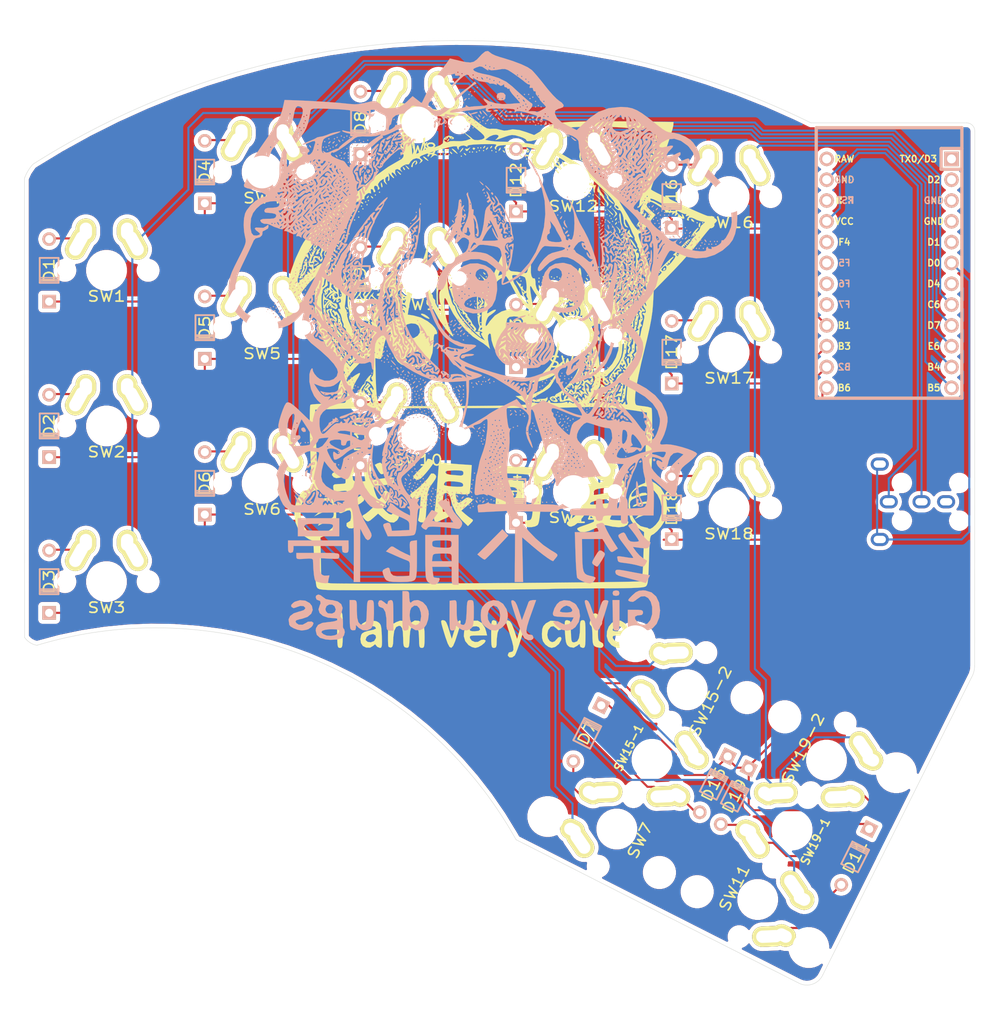
<source format=kicad_pcb>
(kicad_pcb (version 20171130) (host pcbnew 5.1.6)
  (layers (0 F.Cu signal) (31 B.Cu signal) (34 B.Paste user) (35 F.Paste user) (36 B.SilkS user) (37 F.SilkS user) (38 B.Mask user) (39 F.Mask user) (44 Edge.Cuts user))
  (net 0 "")
  (net 1 "Net-(D1-Pad2)")
  (net 2 "Net-(D2-Pad2)")
  (net 3 "Net-(D3-Pad2)")
  (net 4 "Net-(D5-Pad2)")
  (net 5 "Net-(D6-Pad2)")
  (net 6 "Net-(D7-Pad2)")
  (net 7 ROW2)
  (net 8 "Net-(D10-Pad2)")
  (net 9 "Net-(D11-Pad2)")
  (net 10 "Net-(D12-Pad2)")
  (net 11 "Net-(D16-Pad2)")
  (net 12 "Net-(D17-Pad2)")
  (net 13 ROW1)
  (net 14 ROW3)
  (net 15 COL0)
  (net 16 COL1)
  (net 17 COL2)
  (net 18 COL3)
  (net 19 COL4)
  (net 20 ROW0)
  (net 21 SDA)
  (net 22 "Net-(D4-Pad2)")
  (net 23 "Net-(D8-Pad2)")
  (net 24 "Net-(D9-Pad2)")
  (net 25 "Net-(D13-Pad2)")
  (net 26 "Net-(D14-Pad2)")
  (net 27 "Net-(U1-Pad3)")
  (net 28 "Net-(U1-Pad2)")
  (net 29 "Net-(D18-Pad2)")
  (net 30 "Net-(D15-Pad2)")
  (net 31 "Net-(D19-Pad2)")
  (module footprints:mokou-cute (layer F.Cu) (at 77.47 52.07)
    (fp_text reference G*** hide)
    (fp_text value LOGO hide)
  )
  (module footprints:mokou-drugs (layer B.Cu) (at 76.2 48.26 180)
    (fp_text reference G*** hide)
    (fp_text value LOGO hide)
  )
  (module footprints:diode (layer F.Cu) (at 106.7 103.2 63.4)
    (fp_text reference D19 (at 0 0 63.4) (layer F.SilkS) (effects (font (size 1.27 1.524) (thickness 0.2032))))
    (fp_text value D hide)
    (pad 1 thru_hole rect (at 3.81 0 63.4) (size 1.651 1.651) (drill 0.9906) (layers *.Cu *.SilkS *.Mask) (net 14 ROW3))
    (pad 2 thru_hole circle (at -3.81 0 63.4) (size 1.651 1.651) (drill 0.9906) (layers *.Cu *.SilkS *.Mask) (net 31 "Net-(D19-Pad2)"))
  )
  (module footprints:diode (layer F.Cu) (at 104.1355 101.744601 63.4)
    (fp_text reference D15 (at 0 0 63.4) (layer F.SilkS) (effects (font (size 1.27 1.524) (thickness 0.2032))))
    (fp_text value D hide)
    (pad 1 thru_hole rect (at 3.81 0 63.4) (size 1.651 1.651) (drill 0.9906) (layers *.Cu *.SilkS *.Mask) (net 14 ROW3))
    (pad 2 thru_hole circle (at -3.81 0 63.4) (size 1.651 1.651) (drill 0.9906) (layers *.Cu *.SilkS *.Mask) (net 30 "Net-(D15-Pad2)"))
  )
  (module footprints:1u-dual (layer F.Cu) (at 117.9 98.8 243.4)
    (fp_text reference SW19-2 (at 0 3.175 63.4) (layer F.SilkS) (effects (font (size 1.27 1.524) (thickness 0.2032))))
    (fp_text value switch hide)
    (pad 1 thru_hole oval (at -2.52 -4.79 243.4) (size 2.5 3.08) (drill oval 1.5 2.08) (layers *.Cu *.Mask F.SilkS) (net 19 COL4))
    (pad 2 thru_hole oval (at 3.405 -3.27 272.4) (size 2.5 4.17) (drill oval 1.5 3.17) (layers *.Cu *.Mask F.SilkS) (net 31 "Net-(D19-Pad2)"))
    (pad HOLE np_thru_hole circle (at 5.08 0 243.4) (size 1.8 1.8) (drill 1.8) (layers *.Cu))
    (pad HOLE np_thru_hole circle (at -5.08 0 243.4) (size 1.8 1.8) (drill 1.8) (layers *.Cu))
    (pad HOLE np_thru_hole circle (at 0 0 243.4) (size 3.9878 3.9878) (drill 3.9878) (layers *.Cu))
    (pad 2 thru_hole oval (at 2.52 -4.79 243.4) (size 2.5 3.08) (drill oval 1.5 2.08) (layers *.Cu *.Mask F.SilkS) (net 31 "Net-(D19-Pad2)"))
    (pad 1 thru_hole oval (at -3.405 -3.27 214.35) (size 2.5 4.17) (drill oval 1.5 3.17) (layers *.Cu *.Mask F.SilkS) (net 19 COL4))
  )
  (module footprints:1u-dual (layer F.Cu) (at 100.9 90.2 63.4)
    (fp_text reference SW15-2 (at 0 3.175 63.4) (layer F.SilkS) (effects (font (size 1.27 1.524) (thickness 0.2032))))
    (fp_text value switch hide)
    (pad 1 thru_hole oval (at -2.52 -4.79 63.4) (size 2.5 3.08) (drill oval 1.5 2.08) (layers *.Cu *.Mask F.SilkS) (net 30 "Net-(D15-Pad2)"))
    (pad 2 thru_hole oval (at 3.405 -3.27 92.4) (size 2.5 4.17) (drill oval 1.5 3.17) (layers *.Cu *.Mask F.SilkS) (net 18 COL3))
    (pad HOLE np_thru_hole circle (at 5.08 0 63.4) (size 1.8 1.8) (drill 1.8) (layers *.Cu))
    (pad HOLE np_thru_hole circle (at -5.08 0 63.4) (size 1.8 1.8) (drill 1.8) (layers *.Cu))
    (pad HOLE np_thru_hole circle (at 0 0 63.4) (size 3.9878 3.9878) (drill 3.9878) (layers *.Cu))
    (pad 2 thru_hole oval (at 2.52 -4.79 63.4) (size 2.5 3.08) (drill oval 1.5 2.08) (layers *.Cu *.Mask F.SilkS) (net 18 COL3))
    (pad 1 thru_hole oval (at -3.405 -3.27 34.35) (size 2.5 4.17) (drill oval 1.5 3.17) (layers *.Cu *.Mask F.SilkS) (net 30 "Net-(D15-Pad2)"))
  )
  (module footprints:1u-dual (layer F.Cu) (at 109.5 115.8 243.4)
    (fp_text reference SW11 (at 0 3.175 63.4) (layer F.SilkS) (effects (font (size 1.27 1.524) (thickness 0.2032))))
    (fp_text value switch hide)
    (pad 1 thru_hole oval (at -2.52 -4.79 243.4) (size 2.5 3.08) (drill oval 1.5 2.08) (layers *.Cu *.Mask F.SilkS) (net 17 COL2))
    (pad 2 thru_hole oval (at 3.405 -3.27 272.4) (size 2.5 4.17) (drill oval 1.5 3.17) (layers *.Cu *.Mask F.SilkS) (net 9 "Net-(D11-Pad2)"))
    (pad HOLE np_thru_hole circle (at 5.08 0 243.4) (size 1.8 1.8) (drill 1.8) (layers *.Cu))
    (pad HOLE np_thru_hole circle (at -5.08 0 243.4) (size 1.8 1.8) (drill 1.8) (layers *.Cu))
    (pad HOLE np_thru_hole circle (at 0 0 243.4) (size 3.9878 3.9878) (drill 3.9878) (layers *.Cu))
    (pad 2 thru_hole oval (at 2.52 -4.79 243.4) (size 2.5 3.08) (drill oval 1.5 2.08) (layers *.Cu *.Mask F.SilkS) (net 9 "Net-(D11-Pad2)"))
    (pad 1 thru_hole oval (at -3.405 -3.27 214.35) (size 2.5 4.17) (drill oval 1.5 3.17) (layers *.Cu *.Mask F.SilkS) (net 17 COL2))
  )
  (module footprints:1u-dual (layer F.Cu) (at 92.3 107.2 63.4)
    (fp_text reference SW7 (at 0 3.175 63.4) (layer F.SilkS) (effects (font (size 1.27 1.524) (thickness 0.2032))))
    (fp_text value switch hide)
    (pad 1 thru_hole oval (at -2.52 -4.79 63.4) (size 2.5 3.08) (drill oval 1.5 2.08) (layers *.Cu *.Mask F.SilkS) (net 16 COL1))
    (pad 2 thru_hole oval (at 3.405 -3.27 92.4) (size 2.5 4.17) (drill oval 1.5 3.17) (layers *.Cu *.Mask F.SilkS) (net 6 "Net-(D7-Pad2)"))
    (pad HOLE np_thru_hole circle (at 5.08 0 63.4) (size 1.8 1.8) (drill 1.8) (layers *.Cu))
    (pad HOLE np_thru_hole circle (at -5.08 0 63.4) (size 1.8 1.8) (drill 1.8) (layers *.Cu))
    (pad HOLE np_thru_hole circle (at 0 0 63.4) (size 3.9878 3.9878) (drill 3.9878) (layers *.Cu))
    (pad 2 thru_hole oval (at 2.52 -4.79 63.4) (size 2.5 3.08) (drill oval 1.5 2.08) (layers *.Cu *.Mask F.SilkS) (net 6 "Net-(D7-Pad2)"))
    (pad 1 thru_hole oval (at -3.405 -3.27 34.35) (size 2.5 4.17) (drill oval 1.5 3.17) (layers *.Cu *.Mask F.SilkS) (net 16 COL1))
  )
  (module footprints:diode (layer F.Cu) (at 121.4 110.6 63.4)
    (fp_text reference D11 (at 0 0 63.4) (layer F.SilkS) (effects (font (size 1.27 1.524) (thickness 0.2032))))
    (fp_text value D hide)
    (pad 1 thru_hole rect (at 3.81 0 63.4) (size 1.651 1.651) (drill 0.9906) (layers *.Cu *.SilkS *.Mask) (net 14 ROW3))
    (pad 2 thru_hole circle (at -3.81 0 63.4) (size 1.651 1.651) (drill 0.9906) (layers *.Cu *.SilkS *.Mask) (net 9 "Net-(D11-Pad2)"))
  )
  (module footprints:diode (layer F.Cu) (at 88.694038 95.506728 63.4)
    (fp_text reference D7 (at 0 0 63.4) (layer F.SilkS) (effects (font (size 1.27 1.524) (thickness 0.2032))))
    (fp_text value D hide)
    (pad 1 thru_hole rect (at 3.81 0 63.4) (size 1.651 1.651) (drill 0.9906) (layers *.Cu *.SilkS *.Mask) (net 14 ROW3))
    (pad 2 thru_hole circle (at -3.81 0 63.4) (size 1.651 1.651) (drill 0.9906) (layers *.Cu *.SilkS *.Mask) (net 6 "Net-(D7-Pad2)"))
  )
  (module footprints:trrs (layer B.Cu) (at 135.7 67.25 90)
    (fp_text reference U1)
    (fp_text value TRRS)
    (pad 3 thru_hole oval (at 0 -6.2 90) (size 1.6 2.2) (drill oval 0.9 1.5) (layers *.Cu *.Mask) (net 27 "Net-(U1-Pad3)"))
    (pad "" np_thru_hole circle (at -2.3 -1.6 90) (size 1.5 1.5) (drill 1.5) (layers *.Cu *.Mask))
    (pad "" np_thru_hole circle (at -2.3 -8.6 90) (size 1.5 1.5) (drill 1.5) (layers *.Cu *.Mask))
    (pad 4 thru_hole oval (at 0 -3.2 90) (size 1.6 2.2) (drill oval 0.9 1.5) (layers *.Cu *.Mask))
    (pad 2 thru_hole oval (at 0 -10.2 90) (size 1.6 2.2) (drill oval 0.9 1.5) (layers *.Cu *.Mask) (net 28 "Net-(U1-Pad2)"))
    (pad 1 thru_hole oval (at -4.6 -11.3 90) (size 1.6 2.2) (drill oval 0.9 1.5) (layers *.Cu *.Mask) (net 21 SDA))
    (pad 1 thru_hole oval (at 4.6 -11.3 90) (size 1.6 2.2) (drill oval 0.9 1.5) (layers *.Cu *.Mask) (net 21 SDA))
    (pad "" np_thru_hole circle (at 2.3 -1.6 90) (size 1.5 1.5) (drill 1.5) (layers *.Cu *.Mask))
    (pad "" np_thru_hole circle (at 2.3 -8.6 90) (size 1.5 1.5) (drill 1.5) (layers *.Cu *.Mask))
  )
  (module footprints:promicro (layer B.Cu) (at 125.54 39.37 270)
    (fp_text reference U2 hide)
    (fp_text value ProMicro hide)
    (fp_text user ST (at -8.92 5.73312 180) (layer B.SilkS) (effects (font (size 0.8 0.8)) (justify mirror)))
    (fp_text user TX0/D3 (at -13.97 -3.571872 180) (layer F.SilkS) (effects (font (size 0.8 0.8))))
    (fp_text user TX0/D3 (at -13.97 -3.571872 180) (layer F.SilkS) (effects (font (size 0.8 0.8))))
    (fp_text user D2 (at -11.43 -5.461 180) (layer F.SilkS) (effects (font (size 0.8 0.8))))
    (fp_text user D0 (at -1.27 -5.461 180) (layer F.SilkS) (effects (font (size 0.8 0.8))))
    (fp_text user D1 (at -3.81 -5.461 180) (layer F.SilkS) (effects (font (size 0.8 0.8))))
    (fp_text user GND (at -6.35 -5.461 180) (layer F.SilkS) (effects (font (size 0.8 0.8))))
    (fp_text user GND (at -8.89 -5.461 180) (layer B.SilkS) (effects (font (size 0.8 0.8)) (justify mirror)))
    (fp_text user D4 (at 1.27 -5.461 180) (layer F.SilkS) (effects (font (size 0.8 0.8))))
    (fp_text user C6 (at 3.81 -5.461 180) (layer F.SilkS) (effects (font (size 0.8 0.8))))
    (fp_text user D7 (at 6.35 -5.461 180) (layer F.SilkS) (effects (font (size 0.8 0.8))))
    (fp_text user E6 (at 8.89 -5.461 180) (layer F.SilkS) (effects (font (size 0.8 0.8))))
    (fp_text user B4 (at 11.43 -5.461 180) (layer F.SilkS) (effects (font (size 0.8 0.8))))
    (fp_text user B5 (at 13.97 -5.461 180) (layer F.SilkS) (effects (font (size 0.8 0.8))))
    (fp_text user B6 (at 13.97 5.461 180) (layer F.SilkS) (effects (font (size 0.8 0.8))))
    (fp_text user B2 (at 11.43 5.461 180) (layer B.SilkS) (effects (font (size 0.8 0.8)) (justify mirror)))
    (fp_text user B3 (at 8.89 5.461 180) (layer F.SilkS) (effects (font (size 0.8 0.8))))
    (fp_text user B1 (at 6.35 5.461 180) (layer F.SilkS) (effects (font (size 0.8 0.8))))
    (fp_text user F7 (at 3.81 5.461 180) (layer B.SilkS) (effects (font (size 0.8 0.8)) (justify mirror)))
    (fp_text user F6 (at 1.27 5.461 180) (layer B.SilkS) (effects (font (size 0.8 0.8)) (justify mirror)))
    (fp_text user F5 (at -1.27 5.461 180) (layer B.SilkS) (effects (font (size 0.8 0.8)) (justify mirror)))
    (fp_text user F4 (at -3.81 5.461 180) (layer F.SilkS) (effects (font (size 0.8 0.8))))
    (fp_text user VCC (at -6.35 5.461 180) (layer F.SilkS) (effects (font (size 0.8 0.8))))
    (fp_text user ST (at -8.92 5.73312 180) (layer B.SilkS) (effects (font (size 0.8 0.8)) (justify mirror)))
    (fp_text user GND (at -11.43 5.461 180) (layer B.SilkS) (effects (font (size 0.8 0.8)) (justify mirror)))
    (fp_text user RAW (at -13.97 5.461 180) (layer F.SilkS) (effects (font (size 0.8 0.8))))
    (fp_text user RAW (at -13.97 5.461 180) (layer F.SilkS) (effects (font (size 0.8 0.8))))
    (fp_text user GND (at -11.43 5.461 180) (layer F.SilkS) (effects (font (size 0.8 0.8))))
    (fp_text user VCC (at -6.35 5.461 180) (layer F.SilkS) (effects (font (size 0.8 0.8))))
    (fp_text user F4 (at -3.81 5.461 180) (layer F.SilkS) (effects (font (size 0.8 0.8))))
    (fp_text user F5 (at -1.27 5.461 180) (layer B.SilkS) (effects (font (size 0.8 0.8)) (justify mirror)))
    (fp_text user F6 (at 1.27 5.461 180) (layer B.SilkS) (effects (font (size 0.8 0.8)) (justify mirror)))
    (fp_text user F7 (at 3.81 5.461 180) (layer B.SilkS) (effects (font (size 0.8 0.8)) (justify mirror)))
    (fp_text user B1 (at 6.35 5.461 180) (layer F.SilkS) (effects (font (size 0.8 0.8))))
    (fp_text user B3 (at 8.89 5.461 180) (layer F.SilkS) (effects (font (size 0.8 0.8))))
    (fp_text user B2 (at 11.43 5.461 180) (layer B.SilkS) (effects (font (size 0.8 0.8)) (justify mirror)))
    (fp_text user B6 (at 13.97 5.461 180) (layer F.SilkS) (effects (font (size 0.8 0.8))))
    (fp_text user B5 (at 13.97 -5.461 180) (layer F.SilkS) (effects (font (size 0.8 0.8))))
    (fp_text user B4 (at 11.43 -5.461 180) (layer F.SilkS) (effects (font (size 0.8 0.8))))
    (fp_text user E6 (at 8.89 -5.461 180) (layer F.SilkS) (effects (font (size 0.8 0.8))))
    (fp_text user D7 (at 6.35 -5.461 180) (layer F.SilkS) (effects (font (size 0.8 0.8))))
    (fp_text user C6 (at 3.81 -5.461 180) (layer F.SilkS) (effects (font (size 0.8 0.8))))
    (fp_text user D4 (at 1.27 -5.461 180) (layer F.SilkS) (effects (font (size 0.8 0.8))))
    (fp_text user GND (at -8.89 -5.461 180) (layer F.SilkS) (effects (font (size 0.8 0.8))))
    (fp_text user GND (at -6.35 -5.461 180) (layer F.SilkS) (effects (font (size 0.8 0.8))))
    (fp_text user D1 (at -3.81 -5.461 180) (layer F.SilkS) (effects (font (size 0.8 0.8))))
    (fp_text user D0 (at -1.27 -5.461 180) (layer F.SilkS) (effects (font (size 0.8 0.8))))
    (fp_text user D2 (at -11.43 -5.461 180) (layer F.SilkS) (effects (font (size 0.8 0.8))))
    (pad 24 thru_hole circle (at -13.97 7.62 270) (size 1.7526 1.7526) (drill 1.0922) (layers *.Cu *.SilkS *.Mask))
    (pad 12 thru_hole circle (at 13.97 -7.62 270) (size 1.7526 1.7526) (drill 1.0922) (layers *.Cu *.SilkS *.Mask) (net 19 COL4))
    (pad 23 thru_hole circle (at -11.43 7.62 270) (size 1.7526 1.7526) (drill 1.0922) (layers *.Cu *.SilkS *.Mask) (net 27 "Net-(U1-Pad3)"))
    (pad 22 thru_hole circle (at -8.89 7.62 270) (size 1.7526 1.7526) (drill 1.0922) (layers *.Cu *.SilkS *.Mask))
    (pad 21 thru_hole circle (at -6.35 7.62 270) (size 1.7526 1.7526) (drill 1.0922) (layers *.Cu *.SilkS *.Mask) (net 28 "Net-(U1-Pad2)"))
    (pad 20 thru_hole circle (at -3.81 7.62 270) (size 1.7526 1.7526) (drill 1.0922) (layers *.Cu *.SilkS *.Mask))
    (pad 19 thru_hole circle (at -1.27 7.62 270) (size 1.7526 1.7526) (drill 1.0922) (layers *.Cu *.SilkS *.Mask))
    (pad 18 thru_hole circle (at 1.27 7.62 270) (size 1.7526 1.7526) (drill 1.0922) (layers *.Cu *.SilkS *.Mask))
    (pad 17 thru_hole circle (at 3.81 7.62 270) (size 1.7526 1.7526) (drill 1.0922) (layers *.Cu *.SilkS *.Mask))
    (pad 16 thru_hole circle (at 6.35 7.62 270) (size 1.7526 1.7526) (drill 1.0922) (layers *.Cu *.SilkS *.Mask) (net 20 ROW0))
    (pad 15 thru_hole circle (at 8.89 7.62 270) (size 1.7526 1.7526) (drill 1.0922) (layers *.Cu *.SilkS *.Mask) (net 13 ROW1))
    (pad 14 thru_hole circle (at 11.43 7.62 270) (size 1.7526 1.7526) (drill 1.0922) (layers *.Cu *.SilkS *.Mask) (net 7 ROW2))
    (pad 13 thru_hole circle (at 13.97 7.62 270) (size 1.7526 1.7526) (drill 1.0922) (layers *.Cu *.SilkS *.Mask) (net 14 ROW3))
    (pad 11 thru_hole circle (at 11.43 -7.62 270) (size 1.7526 1.7526) (drill 1.0922) (layers *.Cu *.SilkS *.Mask) (net 18 COL3))
    (pad 10 thru_hole circle (at 8.89 -7.62 270) (size 1.7526 1.7526) (drill 1.0922) (layers *.Cu *.SilkS *.Mask) (net 17 COL2))
    (pad 9 thru_hole circle (at 6.35 -7.62 270) (size 1.7526 1.7526) (drill 1.0922) (layers *.Cu *.SilkS *.Mask) (net 16 COL1))
    (pad 8 thru_hole circle (at 3.81 -7.62 270) (size 1.7526 1.7526) (drill 1.0922) (layers *.Cu *.SilkS *.Mask) (net 15 COL0))
    (pad 7 thru_hole circle (at 1.27 -7.62 270) (size 1.7526 1.7526) (drill 1.0922) (layers *.Cu *.SilkS *.Mask))
    (pad 6 thru_hole circle (at -1.27 -7.62 270) (size 1.7526 1.7526) (drill 1.0922) (layers *.Cu *.SilkS *.Mask) (net 21 SDA))
    (pad 5 thru_hole circle (at -3.81 -7.62 270) (size 1.7526 1.7526) (drill 1.0922) (layers *.Cu *.SilkS *.Mask))
    (pad 4 thru_hole circle (at -6.35 -7.62 270) (size 1.7526 1.7526) (drill 1.0922) (layers *.Cu *.SilkS *.Mask))
    (pad 3 thru_hole circle (at -8.89 -7.62 270) (size 1.7526 1.7526) (drill 1.0922) (layers *.Cu *.SilkS *.Mask))
    (pad 2 thru_hole circle (at -11.43 -7.62 270) (size 1.7526 1.7526) (drill 1.0922) (layers *.Cu *.SilkS *.Mask))
    (pad 1 thru_hole rect (at -13.97 -7.62 270) (size 1.7526 1.7526) (drill 1.0922) (layers *.Cu *.SilkS *.Mask))
  )
  (module footprints:diode (layer F.Cu) (at 99 68 270)
    (fp_text reference D18 (at 0 0 90) (layer F.SilkS) (effects (font (size 1.27 1.524) (thickness 0.2032))))
    (fp_text value D hide)
    (pad 1 thru_hole rect (at 3.81 0 270) (size 1.651 1.651) (drill 0.9906) (layers *.Cu *.SilkS *.Mask) (net 7 ROW2))
    (pad 2 thru_hole circle (at -3.81 0 270) (size 1.651 1.651) (drill 0.9906) (layers *.Cu *.SilkS *.Mask) (net 29 "Net-(D18-Pad2)"))
  )
  (module footprints:diode (layer F.Cu) (at 99 49 270)
    (fp_text reference D17 (at 0 0 90) (layer F.SilkS) (effects (font (size 1.27 1.524) (thickness 0.2032))))
    (fp_text value D hide)
    (pad 1 thru_hole rect (at 3.81 0 270) (size 1.651 1.651) (drill 0.9906) (layers *.Cu *.SilkS *.Mask) (net 13 ROW1))
    (pad 2 thru_hole circle (at -3.81 0 270) (size 1.651 1.651) (drill 0.9906) (layers *.Cu *.SilkS *.Mask) (net 12 "Net-(D17-Pad2)"))
  )
  (module footprints:diode (layer F.Cu) (at 99 30 270)
    (fp_text reference D16 (at 0 0 90) (layer F.SilkS) (effects (font (size 1.27 1.524) (thickness 0.2032))))
    (fp_text value D hide)
    (pad 1 thru_hole rect (at 3.81 0 270) (size 1.651 1.651) (drill 0.9906) (layers *.Cu *.SilkS *.Mask) (net 20 ROW0))
    (pad 2 thru_hole circle (at -3.81 0 270) (size 1.651 1.651) (drill 0.9906) (layers *.Cu *.SilkS *.Mask) (net 11 "Net-(D16-Pad2)"))
  )
  (module footprints:diode (layer F.Cu) (at 80 66 270)
    (fp_text reference D14 (at 0 0 90) (layer F.SilkS) (effects (font (size 1.27 1.524) (thickness 0.2032))))
    (fp_text value D hide)
    (pad 1 thru_hole rect (at 3.81 0 270) (size 1.651 1.651) (drill 0.9906) (layers *.Cu *.SilkS *.Mask) (net 7 ROW2))
    (pad 2 thru_hole circle (at -3.81 0 270) (size 1.651 1.651) (drill 0.9906) (layers *.Cu *.SilkS *.Mask) (net 26 "Net-(D14-Pad2)"))
  )
  (module footprints:diode (layer F.Cu) (at 80 47 270)
    (fp_text reference D13 (at 0 0 90) (layer F.SilkS) (effects (font (size 1.27 1.524) (thickness 0.2032))))
    (fp_text value D hide)
    (pad 1 thru_hole rect (at 3.81 0 270) (size 1.651 1.651) (drill 0.9906) (layers *.Cu *.SilkS *.Mask) (net 13 ROW1))
    (pad 2 thru_hole circle (at -3.81 0 270) (size 1.651 1.651) (drill 0.9906) (layers *.Cu *.SilkS *.Mask) (net 25 "Net-(D13-Pad2)"))
  )
  (module footprints:diode (layer F.Cu) (at 80 28 270)
    (fp_text reference D12 (at 0 0 90) (layer F.SilkS) (effects (font (size 1.27 1.524) (thickness 0.2032))))
    (fp_text value D hide)
    (pad 1 thru_hole rect (at 3.81 0 270) (size 1.651 1.651) (drill 0.9906) (layers *.Cu *.SilkS *.Mask) (net 20 ROW0))
    (pad 2 thru_hole circle (at -3.81 0 270) (size 1.651 1.651) (drill 0.9906) (layers *.Cu *.SilkS *.Mask) (net 10 "Net-(D12-Pad2)"))
  )
  (module footprints:diode (layer F.Cu) (at 61 59 270)
    (fp_text reference D10 (at 0 0 90) (layer F.SilkS) (effects (font (size 1.27 1.524) (thickness 0.2032))))
    (fp_text value D hide)
    (pad 1 thru_hole rect (at 3.81 0 270) (size 1.651 1.651) (drill 0.9906) (layers *.Cu *.SilkS *.Mask) (net 7 ROW2))
    (pad 2 thru_hole circle (at -3.81 0 270) (size 1.651 1.651) (drill 0.9906) (layers *.Cu *.SilkS *.Mask) (net 8 "Net-(D10-Pad2)"))
  )
  (module footprints:diode (layer F.Cu) (at 61 40 270)
    (fp_text reference D9 (at 0 0 90) (layer F.SilkS) (effects (font (size 1.27 1.524) (thickness 0.2032))))
    (fp_text value D hide)
    (pad 1 thru_hole rect (at 3.81 0 270) (size 1.651 1.651) (drill 0.9906) (layers *.Cu *.SilkS *.Mask) (net 13 ROW1))
    (pad 2 thru_hole circle (at -3.81 0 270) (size 1.651 1.651) (drill 0.9906) (layers *.Cu *.SilkS *.Mask) (net 24 "Net-(D9-Pad2)"))
  )
  (module footprints:diode (layer F.Cu) (at 61 21 270)
    (fp_text reference D8 (at 0 0 90) (layer F.SilkS) (effects (font (size 1.27 1.524) (thickness 0.2032))))
    (fp_text value D hide)
    (pad 1 thru_hole rect (at 3.81 0 270) (size 1.651 1.651) (drill 0.9906) (layers *.Cu *.SilkS *.Mask) (net 20 ROW0))
    (pad 2 thru_hole circle (at -3.81 0 270) (size 1.651 1.651) (drill 0.9906) (layers *.Cu *.SilkS *.Mask) (net 23 "Net-(D8-Pad2)"))
  )
  (module footprints:diode (layer F.Cu) (at 42 65 270)
    (fp_text reference D6 (at 0 0 90) (layer F.SilkS) (effects (font (size 1.27 1.524) (thickness 0.2032))))
    (fp_text value D hide)
    (pad 1 thru_hole rect (at 3.81 0 270) (size 1.651 1.651) (drill 0.9906) (layers *.Cu *.SilkS *.Mask) (net 7 ROW2))
    (pad 2 thru_hole circle (at -3.81 0 270) (size 1.651 1.651) (drill 0.9906) (layers *.Cu *.SilkS *.Mask) (net 5 "Net-(D6-Pad2)"))
  )
  (module footprints:diode (layer F.Cu) (at 42 46 270)
    (fp_text reference D5 (at 0 0 90) (layer F.SilkS) (effects (font (size 1.27 1.524) (thickness 0.2032))))
    (fp_text value D hide)
    (pad 1 thru_hole rect (at 3.81 0 270) (size 1.651 1.651) (drill 0.9906) (layers *.Cu *.SilkS *.Mask) (net 13 ROW1))
    (pad 2 thru_hole circle (at -3.81 0 270) (size 1.651 1.651) (drill 0.9906) (layers *.Cu *.SilkS *.Mask) (net 4 "Net-(D5-Pad2)"))
  )
  (module footprints:diode (layer F.Cu) (at 42 27 270)
    (fp_text reference D4 (at 0 0 90) (layer F.SilkS) (effects (font (size 1.27 1.524) (thickness 0.2032))))
    (fp_text value D hide)
    (pad 1 thru_hole rect (at 3.81 0 270) (size 1.651 1.651) (drill 0.9906) (layers *.Cu *.SilkS *.Mask) (net 20 ROW0))
    (pad 2 thru_hole circle (at -3.81 0 270) (size 1.651 1.651) (drill 0.9906) (layers *.Cu *.SilkS *.Mask) (net 22 "Net-(D4-Pad2)"))
  )
  (module footprints:diode (layer F.Cu) (at 23 77 270)
    (fp_text reference D3 (at 0 0 90) (layer F.SilkS) (effects (font (size 1.27 1.524) (thickness 0.2032))))
    (fp_text value D hide)
    (pad 1 thru_hole rect (at 3.81 0 270) (size 1.651 1.651) (drill 0.9906) (layers *.Cu *.SilkS *.Mask) (net 7 ROW2))
    (pad 2 thru_hole circle (at -3.81 0 270) (size 1.651 1.651) (drill 0.9906) (layers *.Cu *.SilkS *.Mask) (net 3 "Net-(D3-Pad2)"))
  )
  (module footprints:diode (layer F.Cu) (at 23 58 270)
    (fp_text reference D2 (at 0 0 90) (layer F.SilkS) (effects (font (size 1.27 1.524) (thickness 0.2032))))
    (fp_text value D hide)
    (pad 1 thru_hole rect (at 3.81 0 270) (size 1.651 1.651) (drill 0.9906) (layers *.Cu *.SilkS *.Mask) (net 13 ROW1))
    (pad 2 thru_hole circle (at -3.81 0 270) (size 1.651 1.651) (drill 0.9906) (layers *.Cu *.SilkS *.Mask) (net 2 "Net-(D2-Pad2)"))
  )
  (module footprints:diode (layer F.Cu) (at 23 39 270)
    (fp_text reference D1 (at 0 0 90) (layer F.SilkS) (effects (font (size 1.27 1.524) (thickness 0.2032))))
    (fp_text value D hide)
    (pad 1 thru_hole rect (at 3.81 0 270) (size 1.651 1.651) (drill 0.9906) (layers *.Cu *.SilkS *.Mask) (net 20 ROW0))
    (pad 2 thru_hole circle (at -3.81 0 270) (size 1.651 1.651) (drill 0.9906) (layers *.Cu *.SilkS *.Mask) (net 1 "Net-(D1-Pad2)"))
  )
  (module footprints:2u-dual (layer F.Cu) (at 113.7 107.3 63.4)
    (fp_text reference SW19-1 (at 0 3.175 63.4) (layer F.SilkS) (effects (font (thickness 0.2))))
    (fp_text value switch hide)
    (pad HOLE np_thru_hole circle (at 11.938 8.255 63.4) (size 3.9878 3.9878) (drill 3.9878) (layers *.Cu))
    (pad HOLE np_thru_hole circle (at -11.938 8.255 63.4) (size 3.9878 3.9878) (drill 3.9878) (layers *.Cu))
    (pad HOLE np_thru_hole circle (at 11.938 -6.985 63.4) (size 3.048 3.048) (drill 3.048) (layers *.Cu))
    (pad HOLE np_thru_hole circle (at -11.938 -6.985 63.4) (size 3.048 3.048) (drill 3.048) (layers *.Cu))
    (pad HOLE np_thru_hole circle (at 5.08 0 63.4) (size 1.8 1.8) (drill 1.8) (layers *.Cu))
    (pad HOLE np_thru_hole circle (at -5.08 0 63.4) (size 1.8 1.8) (drill 1.8) (layers *.Cu))
    (pad HOLE np_thru_hole circle (at 0 0 63.4) (size 3.9878 3.9878) (drill 3.9878) (layers *.Cu))
    (pad 2 thru_hole oval (at 2.52 -4.79 59.5) (size 2.5 3.08) (drill oval 1.5 2.08) (layers *.Cu *.Mask F.SilkS) (net 19 COL4))
    (pad 1 thru_hole oval (at -3.405 -3.27 34.35) (size 2.5 4.17) (drill oval 1.5 3.17) (layers *.Cu *.Mask F.SilkS) (net 31 "Net-(D19-Pad2)"))
    (pad 2 thru_hole oval (at 3.405 -3.27 92.45) (size 2.5 4.17) (drill oval 1.5 3.17) (layers *.Cu *.Mask F.SilkS) (net 19 COL4))
    (pad 1 thru_hole oval (at -2.52 -4.79 67.3) (size 2.5 3.08) (drill oval 1.5 2.08) (layers *.Cu *.Mask F.SilkS) (net 31 "Net-(D19-Pad2)"))
  )
  (module footprints:1u-dual (layer F.Cu) (at 106 68)
    (fp_text reference SW18 (at 0 3.175) (layer F.SilkS) (effects (font (size 1.27 1.524) (thickness 0.2032))))
    (fp_text value switch hide)
    (pad 1 thru_hole oval (at -2.52 -4.79) (size 2.5 3.08) (drill oval 1.5 2.08) (layers *.Cu *.Mask F.SilkS) (net 29 "Net-(D18-Pad2)"))
    (pad 2 thru_hole oval (at 3.405 -3.27 29) (size 2.5 4.17) (drill oval 1.5 3.17) (layers *.Cu *.Mask F.SilkS) (net 19 COL4))
    (pad HOLE np_thru_hole circle (at 5.08 0) (size 1.8 1.8) (drill 1.8) (layers *.Cu))
    (pad HOLE np_thru_hole circle (at -5.08 0) (size 1.8 1.8) (drill 1.8) (layers *.Cu))
    (pad HOLE np_thru_hole circle (at 0 0) (size 3.9878 3.9878) (drill 3.9878) (layers *.Cu))
    (pad 2 thru_hole oval (at 2.52 -4.79) (size 2.5 3.08) (drill oval 1.5 2.08) (layers *.Cu *.Mask F.SilkS) (net 19 COL4))
    (pad 1 thru_hole oval (at -3.405 -3.27 330.95) (size 2.5 4.17) (drill oval 1.5 3.17) (layers *.Cu *.Mask F.SilkS) (net 29 "Net-(D18-Pad2)"))
  )
  (module footprints:1u-dual (layer F.Cu) (at 106 49)
    (fp_text reference SW17 (at 0 3.175) (layer F.SilkS) (effects (font (size 1.27 1.524) (thickness 0.2032))))
    (fp_text value switch hide)
    (pad 1 thru_hole oval (at -2.52 -4.79) (size 2.5 3.08) (drill oval 1.5 2.08) (layers *.Cu *.Mask F.SilkS) (net 12 "Net-(D17-Pad2)"))
    (pad 2 thru_hole oval (at 3.405 -3.27 29) (size 2.5 4.17) (drill oval 1.5 3.17) (layers *.Cu *.Mask F.SilkS) (net 19 COL4))
    (pad HOLE np_thru_hole circle (at 5.08 0) (size 1.8 1.8) (drill 1.8) (layers *.Cu))
    (pad HOLE np_thru_hole circle (at -5.08 0) (size 1.8 1.8) (drill 1.8) (layers *.Cu))
    (pad HOLE np_thru_hole circle (at 0 0) (size 3.9878 3.9878) (drill 3.9878) (layers *.Cu))
    (pad 2 thru_hole oval (at 2.52 -4.79) (size 2.5 3.08) (drill oval 1.5 2.08) (layers *.Cu *.Mask F.SilkS) (net 19 COL4))
    (pad 1 thru_hole oval (at -3.405 -3.27 330.95) (size 2.5 4.17) (drill oval 1.5 3.17) (layers *.Cu *.Mask F.SilkS) (net 12 "Net-(D17-Pad2)"))
  )
  (module footprints:1u-dual (layer F.Cu) (at 106 30)
    (fp_text reference SW16 (at 0 3.175) (layer F.SilkS) (effects (font (size 1.27 1.524) (thickness 0.2032))))
    (fp_text value switch hide)
    (pad 1 thru_hole oval (at -2.52 -4.79) (size 2.5 3.08) (drill oval 1.5 2.08) (layers *.Cu *.Mask F.SilkS) (net 11 "Net-(D16-Pad2)"))
    (pad 2 thru_hole oval (at 3.405 -3.27 29) (size 2.5 4.17) (drill oval 1.5 3.17) (layers *.Cu *.Mask F.SilkS) (net 19 COL4))
    (pad HOLE np_thru_hole circle (at 5.08 0) (size 1.8 1.8) (drill 1.8) (layers *.Cu))
    (pad HOLE np_thru_hole circle (at -5.08 0) (size 1.8 1.8) (drill 1.8) (layers *.Cu))
    (pad HOLE np_thru_hole circle (at 0 0) (size 3.9878 3.9878) (drill 3.9878) (layers *.Cu))
    (pad 2 thru_hole oval (at 2.52 -4.79) (size 2.5 3.08) (drill oval 1.5 2.08) (layers *.Cu *.Mask F.SilkS) (net 19 COL4))
    (pad 1 thru_hole oval (at -3.405 -3.27 330.95) (size 2.5 4.17) (drill oval 1.5 3.17) (layers *.Cu *.Mask F.SilkS) (net 11 "Net-(D16-Pad2)"))
  )
  (module footprints:2u-dual (layer F.Cu) (at 96.6 98.7 243.4)
    (fp_text reference SW15-1 (at 0 3.175 63.4) (layer F.SilkS) (effects (font (thickness 0.2))))
    (fp_text value switch hide)
    (pad HOLE np_thru_hole circle (at 11.938 8.255 243.4) (size 3.9878 3.9878) (drill 3.9878) (layers *.Cu))
    (pad HOLE np_thru_hole circle (at -11.938 8.255 243.4) (size 3.9878 3.9878) (drill 3.9878) (layers *.Cu))
    (pad HOLE np_thru_hole circle (at 11.938 -6.985 243.4) (size 3.048 3.048) (drill 3.048) (layers *.Cu))
    (pad HOLE np_thru_hole circle (at -11.938 -6.985 243.4) (size 3.048 3.048) (drill 3.048) (layers *.Cu))
    (pad HOLE np_thru_hole circle (at 5.08 0 243.4) (size 1.8 1.8) (drill 1.8) (layers *.Cu))
    (pad HOLE np_thru_hole circle (at -5.08 0 243.4) (size 1.8 1.8) (drill 1.8) (layers *.Cu))
    (pad HOLE np_thru_hole circle (at 0 0 243.4) (size 3.9878 3.9878) (drill 3.9878) (layers *.Cu))
    (pad 2 thru_hole oval (at 2.52 -4.79 239.5) (size 2.5 3.08) (drill oval 1.5 2.08) (layers *.Cu *.Mask F.SilkS) (net 30 "Net-(D15-Pad2)"))
    (pad 1 thru_hole oval (at -3.405 -3.27 214.35) (size 2.5 4.17) (drill oval 1.5 3.17) (layers *.Cu *.Mask F.SilkS) (net 18 COL3))
    (pad 2 thru_hole oval (at 3.405 -3.27 272.45) (size 2.5 4.17) (drill oval 1.5 3.17) (layers *.Cu *.Mask F.SilkS) (net 30 "Net-(D15-Pad2)"))
    (pad 1 thru_hole oval (at -2.52 -4.79 247.3) (size 2.5 3.08) (drill oval 1.5 2.08) (layers *.Cu *.Mask F.SilkS) (net 18 COL3))
  )
  (module footprints:1u-dual (layer F.Cu) (at 87 66)
    (fp_text reference SW14 (at 0 3.175) (layer F.SilkS) (effects (font (size 1.27 1.524) (thickness 0.2032))))
    (fp_text value switch hide)
    (pad 1 thru_hole oval (at -2.52 -4.79) (size 2.5 3.08) (drill oval 1.5 2.08) (layers *.Cu *.Mask F.SilkS) (net 26 "Net-(D14-Pad2)"))
    (pad 2 thru_hole oval (at 3.405 -3.27 29) (size 2.5 4.17) (drill oval 1.5 3.17) (layers *.Cu *.Mask F.SilkS) (net 18 COL3))
    (pad HOLE np_thru_hole circle (at 5.08 0) (size 1.8 1.8) (drill 1.8) (layers *.Cu))
    (pad HOLE np_thru_hole circle (at -5.08 0) (size 1.8 1.8) (drill 1.8) (layers *.Cu))
    (pad HOLE np_thru_hole circle (at 0 0) (size 3.9878 3.9878) (drill 3.9878) (layers *.Cu))
    (pad 2 thru_hole oval (at 2.52 -4.79) (size 2.5 3.08) (drill oval 1.5 2.08) (layers *.Cu *.Mask F.SilkS) (net 18 COL3))
    (pad 1 thru_hole oval (at -3.405 -3.27 330.95) (size 2.5 4.17) (drill oval 1.5 3.17) (layers *.Cu *.Mask F.SilkS) (net 26 "Net-(D14-Pad2)"))
  )
  (module footprints:1u-dual (layer F.Cu) (at 87 47)
    (fp_text reference SW13 (at 0 3.175) (layer F.SilkS) (effects (font (size 1.27 1.524) (thickness 0.2032))))
    (fp_text value switch hide)
    (pad 1 thru_hole oval (at -2.52 -4.79) (size 2.5 3.08) (drill oval 1.5 2.08) (layers *.Cu *.Mask F.SilkS) (net 25 "Net-(D13-Pad2)"))
    (pad 2 thru_hole oval (at 3.405 -3.27 29) (size 2.5 4.17) (drill oval 1.5 3.17) (layers *.Cu *.Mask F.SilkS) (net 18 COL3))
    (pad HOLE np_thru_hole circle (at 5.08 0) (size 1.8 1.8) (drill 1.8) (layers *.Cu))
    (pad HOLE np_thru_hole circle (at -5.08 0) (size 1.8 1.8) (drill 1.8) (layers *.Cu))
    (pad HOLE np_thru_hole circle (at 0 0) (size 3.9878 3.9878) (drill 3.9878) (layers *.Cu))
    (pad 2 thru_hole oval (at 2.52 -4.79) (size 2.5 3.08) (drill oval 1.5 2.08) (layers *.Cu *.Mask F.SilkS) (net 18 COL3))
    (pad 1 thru_hole oval (at -3.405 -3.27 330.95) (size 2.5 4.17) (drill oval 1.5 3.17) (layers *.Cu *.Mask F.SilkS) (net 25 "Net-(D13-Pad2)"))
  )
  (module footprints:1u-dual (layer F.Cu) (at 87 28)
    (fp_text reference SW12 (at 0 3.175) (layer F.SilkS) (effects (font (size 1.27 1.524) (thickness 0.2032))))
    (fp_text value switch hide)
    (pad 1 thru_hole oval (at -2.52 -4.79) (size 2.5 3.08) (drill oval 1.5 2.08) (layers *.Cu *.Mask F.SilkS) (net 10 "Net-(D12-Pad2)"))
    (pad 2 thru_hole oval (at 3.405 -3.27 29) (size 2.5 4.17) (drill oval 1.5 3.17) (layers *.Cu *.Mask F.SilkS) (net 18 COL3))
    (pad HOLE np_thru_hole circle (at 5.08 0) (size 1.8 1.8) (drill 1.8) (layers *.Cu))
    (pad HOLE np_thru_hole circle (at -5.08 0) (size 1.8 1.8) (drill 1.8) (layers *.Cu))
    (pad HOLE np_thru_hole circle (at 0 0) (size 3.9878 3.9878) (drill 3.9878) (layers *.Cu))
    (pad 2 thru_hole oval (at 2.52 -4.79) (size 2.5 3.08) (drill oval 1.5 2.08) (layers *.Cu *.Mask F.SilkS) (net 18 COL3))
    (pad 1 thru_hole oval (at -3.405 -3.27 330.95) (size 2.5 4.17) (drill oval 1.5 3.17) (layers *.Cu *.Mask F.SilkS) (net 10 "Net-(D12-Pad2)"))
  )
  (module footprints:1u-dual (layer F.Cu) (at 68 59)
    (fp_text reference SW10 (at 0 3.175) (layer F.SilkS) (effects (font (size 1.27 1.524) (thickness 0.2032))))
    (fp_text value switch hide)
    (pad 1 thru_hole oval (at -2.52 -4.79) (size 2.5 3.08) (drill oval 1.5 2.08) (layers *.Cu *.Mask F.SilkS) (net 8 "Net-(D10-Pad2)"))
    (pad 2 thru_hole oval (at 3.405 -3.27 29) (size 2.5 4.17) (drill oval 1.5 3.17) (layers *.Cu *.Mask F.SilkS) (net 17 COL2))
    (pad HOLE np_thru_hole circle (at 5.08 0) (size 1.8 1.8) (drill 1.8) (layers *.Cu))
    (pad HOLE np_thru_hole circle (at -5.08 0) (size 1.8 1.8) (drill 1.8) (layers *.Cu))
    (pad HOLE np_thru_hole circle (at 0 0) (size 3.9878 3.9878) (drill 3.9878) (layers *.Cu))
    (pad 2 thru_hole oval (at 2.52 -4.79) (size 2.5 3.08) (drill oval 1.5 2.08) (layers *.Cu *.Mask F.SilkS) (net 17 COL2))
    (pad 1 thru_hole oval (at -3.405 -3.27 330.95) (size 2.5 4.17) (drill oval 1.5 3.17) (layers *.Cu *.Mask F.SilkS) (net 8 "Net-(D10-Pad2)"))
  )
  (module footprints:1u-dual (layer F.Cu) (at 68 40)
    (fp_text reference SW9 (at 0 3.175) (layer F.SilkS) (effects (font (size 1.27 1.524) (thickness 0.2032))))
    (fp_text value switch hide)
    (pad 1 thru_hole oval (at -2.52 -4.79) (size 2.5 3.08) (drill oval 1.5 2.08) (layers *.Cu *.Mask F.SilkS) (net 24 "Net-(D9-Pad2)"))
    (pad 2 thru_hole oval (at 3.405 -3.27 29) (size 2.5 4.17) (drill oval 1.5 3.17) (layers *.Cu *.Mask F.SilkS) (net 17 COL2))
    (pad HOLE np_thru_hole circle (at 5.08 0) (size 1.8 1.8) (drill 1.8) (layers *.Cu))
    (pad HOLE np_thru_hole circle (at -5.08 0) (size 1.8 1.8) (drill 1.8) (layers *.Cu))
    (pad HOLE np_thru_hole circle (at 0 0) (size 3.9878 3.9878) (drill 3.9878) (layers *.Cu))
    (pad 2 thru_hole oval (at 2.52 -4.79) (size 2.5 3.08) (drill oval 1.5 2.08) (layers *.Cu *.Mask F.SilkS) (net 17 COL2))
    (pad 1 thru_hole oval (at -3.405 -3.27 330.95) (size 2.5 4.17) (drill oval 1.5 3.17) (layers *.Cu *.Mask F.SilkS) (net 24 "Net-(D9-Pad2)"))
  )
  (module footprints:1u-dual (layer F.Cu) (at 68 21)
    (fp_text reference SW8 (at 0 3.175) (layer F.SilkS) (effects (font (size 1.27 1.524) (thickness 0.2032))))
    (fp_text value switch hide)
    (pad 1 thru_hole oval (at -2.52 -4.79) (size 2.5 3.08) (drill oval 1.5 2.08) (layers *.Cu *.Mask F.SilkS) (net 23 "Net-(D8-Pad2)"))
    (pad 2 thru_hole oval (at 3.405 -3.27 29) (size 2.5 4.17) (drill oval 1.5 3.17) (layers *.Cu *.Mask F.SilkS) (net 17 COL2))
    (pad HOLE np_thru_hole circle (at 5.08 0) (size 1.8 1.8) (drill 1.8) (layers *.Cu))
    (pad HOLE np_thru_hole circle (at -5.08 0) (size 1.8 1.8) (drill 1.8) (layers *.Cu))
    (pad HOLE np_thru_hole circle (at 0 0) (size 3.9878 3.9878) (drill 3.9878) (layers *.Cu))
    (pad 2 thru_hole oval (at 2.52 -4.79) (size 2.5 3.08) (drill oval 1.5 2.08) (layers *.Cu *.Mask F.SilkS) (net 17 COL2))
    (pad 1 thru_hole oval (at -3.405 -3.27 330.95) (size 2.5 4.17) (drill oval 1.5 3.17) (layers *.Cu *.Mask F.SilkS) (net 23 "Net-(D8-Pad2)"))
  )
  (module footprints:1u-dual (layer F.Cu) (at 49 65)
    (fp_text reference SW6 (at 0 3.175) (layer F.SilkS) (effects (font (size 1.27 1.524) (thickness 0.2032))))
    (fp_text value switch hide)
    (pad 1 thru_hole oval (at -2.52 -4.79) (size 2.5 3.08) (drill oval 1.5 2.08) (layers *.Cu *.Mask F.SilkS) (net 5 "Net-(D6-Pad2)"))
    (pad 2 thru_hole oval (at 3.405 -3.27 29) (size 2.5 4.17) (drill oval 1.5 3.17) (layers *.Cu *.Mask F.SilkS) (net 16 COL1))
    (pad HOLE np_thru_hole circle (at 5.08 0) (size 1.8 1.8) (drill 1.8) (layers *.Cu))
    (pad HOLE np_thru_hole circle (at -5.08 0) (size 1.8 1.8) (drill 1.8) (layers *.Cu))
    (pad HOLE np_thru_hole circle (at 0 0) (size 3.9878 3.9878) (drill 3.9878) (layers *.Cu))
    (pad 2 thru_hole oval (at 2.52 -4.79) (size 2.5 3.08) (drill oval 1.5 2.08) (layers *.Cu *.Mask F.SilkS) (net 16 COL1))
    (pad 1 thru_hole oval (at -3.405 -3.27 330.95) (size 2.5 4.17) (drill oval 1.5 3.17) (layers *.Cu *.Mask F.SilkS) (net 5 "Net-(D6-Pad2)"))
  )
  (module footprints:1u-dual (layer F.Cu) (at 49 46)
    (fp_text reference SW5 (at 0 3.175) (layer F.SilkS) (effects (font (size 1.27 1.524) (thickness 0.2032))))
    (fp_text value switch hide)
    (pad 1 thru_hole oval (at -2.52 -4.79) (size 2.5 3.08) (drill oval 1.5 2.08) (layers *.Cu *.Mask F.SilkS) (net 4 "Net-(D5-Pad2)"))
    (pad 2 thru_hole oval (at 3.405 -3.27 29) (size 2.5 4.17) (drill oval 1.5 3.17) (layers *.Cu *.Mask F.SilkS) (net 16 COL1))
    (pad HOLE np_thru_hole circle (at 5.08 0) (size 1.8 1.8) (drill 1.8) (layers *.Cu))
    (pad HOLE np_thru_hole circle (at -5.08 0) (size 1.8 1.8) (drill 1.8) (layers *.Cu))
    (pad HOLE np_thru_hole circle (at 0 0) (size 3.9878 3.9878) (drill 3.9878) (layers *.Cu))
    (pad 2 thru_hole oval (at 2.52 -4.79) (size 2.5 3.08) (drill oval 1.5 2.08) (layers *.Cu *.Mask F.SilkS) (net 16 COL1))
    (pad 1 thru_hole oval (at -3.405 -3.27 330.95) (size 2.5 4.17) (drill oval 1.5 3.17) (layers *.Cu *.Mask F.SilkS) (net 4 "Net-(D5-Pad2)"))
  )
  (module footprints:1u-dual (layer F.Cu) (at 49 27)
    (fp_text reference SW4 (at 0 3.175) (layer F.SilkS) (effects (font (size 1.27 1.524) (thickness 0.2032))))
    (fp_text value switch hide)
    (pad 1 thru_hole oval (at -2.52 -4.79) (size 2.5 3.08) (drill oval 1.5 2.08) (layers *.Cu *.Mask F.SilkS) (net 22 "Net-(D4-Pad2)"))
    (pad 2 thru_hole oval (at 3.405 -3.27 29) (size 2.5 4.17) (drill oval 1.5 3.17) (layers *.Cu *.Mask F.SilkS) (net 16 COL1))
    (pad HOLE np_thru_hole circle (at 5.08 0) (size 1.8 1.8) (drill 1.8) (layers *.Cu))
    (pad HOLE np_thru_hole circle (at -5.08 0) (size 1.8 1.8) (drill 1.8) (layers *.Cu))
    (pad HOLE np_thru_hole circle (at 0 0) (size 3.9878 3.9878) (drill 3.9878) (layers *.Cu))
    (pad 2 thru_hole oval (at 2.52 -4.79) (size 2.5 3.08) (drill oval 1.5 2.08) (layers *.Cu *.Mask F.SilkS) (net 16 COL1))
    (pad 1 thru_hole oval (at -3.405 -3.27 330.95) (size 2.5 4.17) (drill oval 1.5 3.17) (layers *.Cu *.Mask F.SilkS) (net 22 "Net-(D4-Pad2)"))
  )
  (module footprints:1u-dual (layer F.Cu) (at 30 77)
    (fp_text reference SW3 (at 0 3.175) (layer F.SilkS) (effects (font (size 1.27 1.524) (thickness 0.2032))))
    (fp_text value switch hide)
    (pad 1 thru_hole oval (at -2.52 -4.79) (size 2.5 3.08) (drill oval 1.5 2.08) (layers *.Cu *.Mask F.SilkS) (net 3 "Net-(D3-Pad2)"))
    (pad 2 thru_hole oval (at 3.405 -3.27 29) (size 2.5 4.17) (drill oval 1.5 3.17) (layers *.Cu *.Mask F.SilkS) (net 15 COL0))
    (pad HOLE np_thru_hole circle (at 5.08 0) (size 1.8 1.8) (drill 1.8) (layers *.Cu))
    (pad HOLE np_thru_hole circle (at -5.08 0) (size 1.8 1.8) (drill 1.8) (layers *.Cu))
    (pad HOLE np_thru_hole circle (at 0 0) (size 3.9878 3.9878) (drill 3.9878) (layers *.Cu))
    (pad 2 thru_hole oval (at 2.52 -4.79) (size 2.5 3.08) (drill oval 1.5 2.08) (layers *.Cu *.Mask F.SilkS) (net 15 COL0))
    (pad 1 thru_hole oval (at -3.405 -3.27 330.95) (size 2.5 4.17) (drill oval 1.5 3.17) (layers *.Cu *.Mask F.SilkS) (net 3 "Net-(D3-Pad2)"))
  )
  (module footprints:1u-dual (layer F.Cu) (at 30 58)
    (fp_text reference SW2 (at 0 3.175) (layer F.SilkS) (effects (font (size 1.27 1.524) (thickness 0.2032))))
    (fp_text value switch hide)
    (pad 1 thru_hole oval (at -2.52 -4.79) (size 2.5 3.08) (drill oval 1.5 2.08) (layers *.Cu *.Mask F.SilkS) (net 2 "Net-(D2-Pad2)"))
    (pad 2 thru_hole oval (at 3.405 -3.27 29) (size 2.5 4.17) (drill oval 1.5 3.17) (layers *.Cu *.Mask F.SilkS) (net 15 COL0))
    (pad HOLE np_thru_hole circle (at 5.08 0) (size 1.8 1.8) (drill 1.8) (layers *.Cu))
    (pad HOLE np_thru_hole circle (at -5.08 0) (size 1.8 1.8) (drill 1.8) (layers *.Cu))
    (pad HOLE np_thru_hole circle (at 0 0) (size 3.9878 3.9878) (drill 3.9878) (layers *.Cu))
    (pad 2 thru_hole oval (at 2.52 -4.79) (size 2.5 3.08) (drill oval 1.5 2.08) (layers *.Cu *.Mask F.SilkS) (net 15 COL0))
    (pad 1 thru_hole oval (at -3.405 -3.27 330.95) (size 2.5 4.17) (drill oval 1.5 3.17) (layers *.Cu *.Mask F.SilkS) (net 2 "Net-(D2-Pad2)"))
  )
  (module footprints:1u-dual (layer F.Cu) (at 30 39)
    (fp_text reference SW1 (at 0 3.175) (layer F.SilkS) (effects (font (size 1.27 1.524) (thickness 0.2032))))
    (fp_text value switch hide)
    (pad 1 thru_hole oval (at -2.52 -4.79) (size 2.5 3.08) (drill oval 1.5 2.08) (layers *.Cu *.Mask F.SilkS) (net 1 "Net-(D1-Pad2)"))
    (pad 2 thru_hole oval (at 3.405 -3.27 29) (size 2.5 4.17) (drill oval 1.5 3.17) (layers *.Cu *.Mask F.SilkS) (net 15 COL0))
    (pad HOLE np_thru_hole circle (at 5.08 0) (size 1.8 1.8) (drill 1.8) (layers *.Cu))
    (pad HOLE np_thru_hole circle (at -5.08 0) (size 1.8 1.8) (drill 1.8) (layers *.Cu))
    (pad HOLE np_thru_hole circle (at 0 0) (size 3.9878 3.9878) (drill 3.9878) (layers *.Cu))
    (pad 2 thru_hole oval (at 2.52 -4.79) (size 2.5 3.08) (drill oval 1.5 2.08) (layers *.Cu *.Mask F.SilkS) (net 15 COL0))
    (pad 1 thru_hole oval (at -3.405 -3.27 330.95) (size 2.5 4.17) (drill oval 1.5 3.17) (layers *.Cu *.Mask F.SilkS) (net 1 "Net-(D1-Pad2)"))
  )
  (gr_arc (start 133.2 87.3) (end 135.599999 88.699999) (angle -30.25643716) (layer Edge.Cuts) (width 0.05))
  (gr_arc (start 115.5 124.1) (end 114.500001 125.999999) (angle -93.53079528) (layer Edge.Cuts) (width 0.05))
  (gr_arc (start 24.8 29.5) (end 21.027586 26.0435) (angle -22.6125193) (layer Edge.Cuts) (width 0.05))
  (gr_arc (start 135 22) (end 136 22) (angle -90) (layer Edge.Cuts) (width 0.05))
  (gr_line (start 21.591137 84.744072) (end 21.499802 84.76712) (layer Edge.Cuts) (width 0.05))
  (gr_arc (start 21.9 82.5) (end 20.000001 83.799999) (angle -45.60878847) (layer Edge.Cuts) (width 0.05))
  (gr_arc (start 36 133) (end 79.999999 108.500001) (angle -77.5153804) (layer Edge.Cuts) (width 0.05))
  (gr_line (start 19.988572 27.759696) (end 20.000001 83.799999) (layer Edge.Cuts) (width 0.05))
  (gr_line (start 116 21) (end 135 21) (layer Edge.Cuts) (width 0.05))
  (gr_arc (start 73 108) (end 116 21) (angle -58.6816949) (layer Edge.Cuts) (width 0.05))
  (gr_line (start 80 108.5) (end 114.5 126) (layer Edge.Cuts) (width 0.05))
  (gr_line (start 135.978487 87.3) (end 136 22) (layer Edge.Cuts) (width 0.05))
  (gr_line (start 117.457977 124.981089) (end 135.6 88.7) (layer Edge.Cuts) (width 0.05))
  (segment (start 25.37 35.73) (end 26.845 35.73) (width 0.25) (layer F.Cu) (net 1))
  (segment (start 27.4 35.1) (end 27.5 35) (width 0.25) (layer F.Cu) (net 1))
  (segment (start 23 35.1) (end 27.4 35.1) (width 0.25) (layer F.Cu) (net 1))
  (segment (start 23 54.1) (end 27.4 54.1) (width 0.25) (layer F.Cu) (net 2))
  (segment (start 23 73.1) (end 27.4 73.1) (width 0.25) (layer F.Cu) (net 3))
  (segment (start 45.1 42) (end 46.5 42) (width 0.25) (layer F.Cu) (net 4))
  (segment (start 46.4 42.1) (end 46.5 42) (width 0.25) (layer F.Cu) (net 4))
  (segment (start 42 42.1) (end 46.4 42.1) (width 0.25) (layer F.Cu) (net 4))
  (segment (start 45.1 61) (end 46.5 61) (width 0.25) (layer F.Cu) (net 5))
  (segment (start 46.4 61.1) (end 46.5 61) (width 0.25) (layer F.Cu) (net 5))
  (segment (start 42 61.1) (end 46.4 61.1) (width 0.25) (layer F.Cu) (net 5))
  (segment (start 87.646477 102.801965) (end 89.145354 102.801965) (width 0.25) (layer F.Cu) (net 6))
  (segment (start 86.988076 102.143564) (end 87.646477 102.801965) (width 0.25) (layer F.Cu) (net 6))
  (segment (start 86.988076 98.913456) (end 86.988076 102.143564) (width 0.25) (layer F.Cu) (net 6))
  (segment (start 42 68.81) (end 57.69 68.81) (width 0.25) (layer F.Cu) (net 7))
  (segment (start 61 65.5) (end 61 62.81) (width 0.25) (layer F.Cu) (net 7))
  (segment (start 57.69 68.81) (end 61 65.5) (width 0.25) (layer F.Cu) (net 7))
  (segment (start 36.19 80.81) (end 42 75) (width 0.25) (layer F.Cu) (net 7))
  (segment (start 23 80.81) (end 36.19 80.81) (width 0.25) (layer F.Cu) (net 7))
  (segment (start 42 75) (end 42 68.81) (width 0.25) (layer F.Cu) (net 7))
  (segment (start 98 69.9) (end 98.018 69.882) (width 0.25) (layer F.Cu) (net 7))
  (segment (start 98.018 71.882) (end 111.118 71.882) (width 0.25) (layer F.Cu) (net 7))
  (segment (start 111.118 71.882) (end 115.85 67.15) (width 0.25) (layer F.Cu) (net 7))
  (segment (start 115.85 52.87) (end 117.92 50.8) (width 0.25) (layer F.Cu) (net 7))
  (segment (start 115.85 67.15) (end 115.85 52.87) (width 0.25) (layer F.Cu) (net 7))
  (segment (start 80 68.7345) (end 80 69.81) (width 0.25) (layer F.Cu) (net 7))
  (segment (start 74.0755 62.81) (end 80 68.7345) (width 0.25) (layer F.Cu) (net 7))
  (segment (start 61 62.81) (end 74.0755 62.81) (width 0.25) (layer F.Cu) (net 7))
  (segment (start 99 70.7345) (end 99 71.81) (width 0.25) (layer F.Cu) (net 7))
  (segment (start 98.0755 69.81) (end 99 70.7345) (width 0.25) (layer F.Cu) (net 7))
  (segment (start 80 69.81) (end 98.0755 69.81) (width 0.25) (layer F.Cu) (net 7))
  (segment (start 64.1 55) (end 65.5 55) (width 0.25) (layer F.Cu) (net 8))
  (segment (start 65.4 55.1) (end 65.5 55) (width 0.25) (layer F.Cu) (net 8))
  (segment (start 61 55.1) (end 65.4 55.1) (width 0.25) (layer F.Cu) (net 8))
  (segment (start 118.868539 114.832227) (end 119.694038 114.006728) (width 0.25) (layer F.Cu) (net 9))
  (segment (start 114.426265 119.274501) (end 118.868539 114.832227) (width 0.25) (layer F.Cu) (net 9))
  (segment (start 113.57818 119.274501) (end 114.426265 119.274501) (width 0.25) (layer F.Cu) (net 9))
  (segment (start 112.654646 120.198035) (end 113.57818 119.274501) (width 0.25) (layer F.Cu) (net 9))
  (segment (start 83.9 24.1) (end 84.5 23.5) (width 0.25) (layer F.Cu) (net 10))
  (segment (start 80 24.1) (end 83.9 24.1) (width 0.25) (layer F.Cu) (net 10))
  (segment (start 103.4 26.1) (end 103.5 26) (width 0.25) (layer F.Cu) (net 11))
  (segment (start 99 26.1) (end 103.4 26.1) (width 0.25) (layer F.Cu) (net 11))
  (segment (start 101.37 45.73) (end 102.845 45.73) (width 0.25) (layer F.Cu) (net 12))
  (segment (start 102.215 45.1) (end 102.845 45.73) (width 0.25) (layer F.Cu) (net 12))
  (segment (start 99 45.1) (end 102.215 45.1) (width 0.25) (layer F.Cu) (net 12))
  (segment (start 42 49.81) (end 57.69 49.81) (width 0.25) (layer F.Cu) (net 13))
  (segment (start 61 46.5) (end 61 43.81) (width 0.25) (layer F.Cu) (net 13))
  (segment (start 57.69 49.81) (end 61 46.5) (width 0.25) (layer F.Cu) (net 13))
  (segment (start 36.19 61.81) (end 42 56) (width 0.25) (layer F.Cu) (net 13))
  (segment (start 23 61.81) (end 36.19 61.81) (width 0.25) (layer F.Cu) (net 13))
  (segment (start 42 56) (end 42 49.81) (width 0.25) (layer F.Cu) (net 13))
  (segment (start 80 49.7345) (end 80 50.81) (width 0.25) (layer F.Cu) (net 13))
  (segment (start 74.0755 43.81) (end 80 49.7345) (width 0.25) (layer F.Cu) (net 13))
  (segment (start 61 43.81) (end 74.0755 43.81) (width 0.25) (layer F.Cu) (net 13))
  (segment (start 99 51.7345) (end 99 52.81) (width 0.25) (layer F.Cu) (net 13))
  (segment (start 98.0755 50.81) (end 99 51.7345) (width 0.25) (layer F.Cu) (net 13))
  (segment (start 80 50.81) (end 98.0755 50.81) (width 0.25) (layer F.Cu) (net 13))
  (segment (start 113.37 52.81) (end 117.92 48.26) (width 0.25) (layer F.Cu) (net 13))
  (segment (start 99 52.81) (end 113.37 52.81) (width 0.25) (layer F.Cu) (net 13))
  (segment (start 106.94626 99.712798) (end 108.24626 99.712798) (width 0.25) (layer F.Cu) (net 14))
  (segment (start 105.84626 98.612798) (end 106.94626 99.712798) (width 0.25) (layer F.Cu) (net 14))
  (segment (start 113.2 96.4) (end 117.4 92.2) (width 0.25) (layer F.Cu) (net 14))
  (segment (start 108.24626 99.712798) (end 111.559058 96.4) (width 0.25) (layer F.Cu) (net 14))
  (segment (start 117.4 53.86) (end 117.92 53.34) (width 0.25) (layer F.Cu) (net 14))
  (segment (start 117.4 92.2) (end 117.4 53.86) (width 0.25) (layer F.Cu) (net 14))
  (segment (start 111.559058 96.4) (end 113.2 96.4) (width 0.25) (layer F.Cu) (net 14))
  (segment (start 100.6 100.6) (end 103.579335 100.6) (width 0.25) (layer F.Cu) (net 14))
  (segment (start 99.5 99.5) (end 100.6 100.6) (width 0.25) (layer F.Cu) (net 14))
  (segment (start 103.579335 100.6) (end 105.841462 98.337873) (width 0.25) (layer F.Cu) (net 14))
  (segment (start 90.4 92.1) (end 91.323218 92.1) (width 0.25) (layer F.Cu) (net 14))
  (segment (start 99.5 98.084013) (end 99.5 99.5) (width 0.25) (layer F.Cu) (net 14))
  (segment (start 91.323218 92.1) (end 95.023218 95.8) (width 0.25) (layer F.Cu) (net 14))
  (segment (start 95.023218 95.8) (end 97.215987 95.8) (width 0.25) (layer F.Cu) (net 14))
  (segment (start 97.215987 95.8) (end 99.5 98.084013) (width 0.25) (layer F.Cu) (net 14))
  (segment (start 122.490796 106.578106) (end 117.178106 106.578106) (width 0.25) (layer F.Cu) (net 14))
  (segment (start 123.105962 107.193272) (end 122.490796 106.578106) (width 0.25) (layer F.Cu) (net 14))
  (segment (start 117.178106 106.578106) (end 115.5 104.9) (width 0.25) (layer F.Cu) (net 14))
  (segment (start 115.5 104.9) (end 109 104.9) (width 0.25) (layer F.Cu) (net 14))
  (segment (start 108.405962 104.305962) (end 108.405962 99.793272) (width 0.25) (layer F.Cu) (net 14))
  (segment (start 109 104.9) (end 108.405962 104.305962) (width 0.25) (layer F.Cu) (net 14))
  (segment (start 33.155 52.305) (end 32.54 52.92) (width 0.25) (layer B.Cu) (net 15))
  (segment (start 33.155 35.73) (end 33.155 52.305) (width 0.25) (layer B.Cu) (net 15))
  (segment (start 33.155 71.575) (end 32.52 72.21) (width 0.25) (layer B.Cu) (net 15))
  (segment (start 33.155 54.73) (end 33.155 71.575) (width 0.25) (layer B.Cu) (net 15))
  (segment (start 131.770044 41.790044) (end 131.770044 27.547222) (width 0.25) (layer B.Cu) (net 15))
  (segment (start 133.16 43.18) (end 131.770044 41.790044) (width 0.25) (layer B.Cu) (net 15))
  (segment (start 131.8 27.5) (end 126.24997 21.94997) (width 0.25) (layer B.Cu) (net 15))
  (segment (start 110.1592 21.94997) (end 109.1592 20.94997) (width 0.25) (layer B.Cu) (net 15))
  (segment (start 126.24997 21.94997) (end 110.1592 21.94997) (width 0.25) (layer B.Cu) (net 15))
  (segment (start 91.72279 20.94997) (end 90.4728 19.69998) (width 0.25) (layer B.Cu) (net 15))
  (segment (start 109.1592 20.94997) (end 91.72279 20.94997) (width 0.25) (layer B.Cu) (net 15))
  (segment (start 90.4728 19.69998) (end 78.9728 19.69998) (width 0.25) (layer B.Cu) (net 15))
  (segment (start 72.72281 13.44999) (end 61.413599 13.449991) (width 0.25) (layer B.Cu) (net 15))
  (segment (start 78.9728 19.69998) (end 72.72281 13.44999) (width 0.25) (layer B.Cu) (net 15))
  (segment (start 61.413599 13.449991) (end 55.06359 19.8) (width 0.25) (layer B.Cu) (net 15))
  (segment (start 55.06359 19.8) (end 41.8 19.8) (width 0.25) (layer B.Cu) (net 15))
  (segment (start 41.8 19.8) (end 40 21.6) (width 0.25) (layer B.Cu) (net 15))
  (segment (start 40 29.135) (end 33.405 35.73) (width 0.25) (layer B.Cu) (net 15))
  (segment (start 40 21.6) (end 40 29.135) (width 0.25) (layer B.Cu) (net 15))
  (segment (start 52.155 40.305) (end 51.54 40.92) (width 0.25) (layer B.Cu) (net 16))
  (segment (start 52.155 23.73) (end 52.155 40.305) (width 0.25) (layer B.Cu) (net 16))
  (segment (start 52.5483 59.1817) (end 51.52 60.21) (width 0.25) (layer B.Cu) (net 16))
  (segment (start 52.81 58.92) (end 52.5483 59.1817) (width 0.25) (layer B.Cu) (net 16))
  (segment (start 52.81 43.46) (end 52.81 58.92) (width 0.25) (layer B.Cu) (net 16))
  (segment (start 133.16 45.72) (end 131.320033 43.880033) (width 0.25) (layer B.Cu) (net 16))
  (segment (start 131.320033 43.880033) (end 131.320033 27.733622) (width 0.25) (layer B.Cu) (net 16))
  (segment (start 53.29 22.21) (end 51.52 22.21) (width 0.25) (layer B.Cu) (net 16))
  (segment (start 72.53641 13.9) (end 61.6 13.9) (width 0.25) (layer B.Cu) (net 16))
  (segment (start 61.6 13.9) (end 53.29 22.21) (width 0.25) (layer B.Cu) (net 16))
  (segment (start 78.7864 20.14999) (end 72.53641 13.9) (width 0.25) (layer B.Cu) (net 16))
  (segment (start 90.2864 20.14999) (end 78.7864 20.14999) (width 0.25) (layer B.Cu) (net 16))
  (segment (start 125.99998 22.39998) (end 109.9728 22.39998) (width 0.25) (layer B.Cu) (net 16))
  (segment (start 108.9728 21.39998) (end 91.53639 21.39998) (width 0.25) (layer B.Cu) (net 16))
  (segment (start 131.3 27.7) (end 125.99998 22.39998) (width 0.25) (layer B.Cu) (net 16))
  (segment (start 109.9728 22.39998) (end 108.9728 21.39998) (width 0.25) (layer B.Cu) (net 16))
  (segment (start 91.53639 21.39998) (end 90.2864 20.14999) (width 0.25) (layer B.Cu) (net 16))
  (segment (start 86.888648 105.960674) (end 86.888648 107.308503) (width 0.25) (layer B.Cu) (net 16))
  (segment (start 86.888648 104.088648) (end 86.888648 105.960674) (width 0.25) (layer B.Cu) (net 16))
  (segment (start 52.405 68.205) (end 60.6 76.4) (width 0.25) (layer B.Cu) (net 16))
  (segment (start 60.6 76.4) (end 73.2 76.4) (width 0.25) (layer B.Cu) (net 16))
  (segment (start 73.2 76.4) (end 84.8 88) (width 0.25) (layer B.Cu) (net 16))
  (segment (start 84.8 102) (end 86.888648 104.088648) (width 0.25) (layer B.Cu) (net 16))
  (segment (start 52.405 61.73) (end 52.405 68.205) (width 0.25) (layer B.Cu) (net 16))
  (segment (start 84.8 88) (end 84.8 102) (width 0.25) (layer B.Cu) (net 16))
  (segment (start 71.155 34.575) (end 70.52 35.21) (width 0.25) (layer B.Cu) (net 17))
  (segment (start 71.155 17.73) (end 71.155 34.575) (width 0.25) (layer B.Cu) (net 17))
  (segment (start 71.155 53.575) (end 70.52 54.21) (width 0.25) (layer B.Cu) (net 17))
  (segment (start 71.155 36.73) (end 71.155 53.575) (width 0.25) (layer B.Cu) (net 17))
  (segment (start 74.21 16.21) (end 70.52 16.21) (width 0.25) (layer B.Cu) (net 17))
  (segment (start 78.6 20.6) (end 74.21 16.21) (width 0.25) (layer B.Cu) (net 17))
  (segment (start 91.34999 21.84999) (end 90.1 20.6) (width 0.25) (layer B.Cu) (net 17))
  (segment (start 108.7864 21.84999) (end 91.34999 21.84999) (width 0.25) (layer B.Cu) (net 17))
  (segment (start 130.870022 45.970022) (end 130.870022 27.920022) (width 0.25) (layer B.Cu) (net 17))
  (segment (start 109.7864 22.84999) (end 108.7864 21.84999) (width 0.25) (layer B.Cu) (net 17))
  (segment (start 133.16 48.26) (end 130.870022 45.970022) (width 0.25) (layer B.Cu) (net 17))
  (segment (start 130.870022 27.920022) (end 125.79999 22.84999) (width 0.25) (layer B.Cu) (net 17))
  (segment (start 90.1 20.6) (end 78.6 20.6) (width 0.25) (layer B.Cu) (net 17))
  (segment (start 125.79999 22.84999) (end 109.7864 22.84999) (width 0.25) (layer B.Cu) (net 17))
  (segment (start 113.948504 111.148504) (end 113.948504 112.377016) (width 0.25) (layer B.Cu) (net 17))
  (segment (start 111 107) (end 111 108.2) (width 0.25) (layer B.Cu) (net 17))
  (segment (start 113.948504 112.377016) (end 113.948504 114.219577) (width 0.25) (layer B.Cu) (net 17))
  (segment (start 105.2 101.2) (end 111 107) (width 0.25) (layer B.Cu) (net 17))
  (segment (start 111 108.2) (end 113.948504 111.148504) (width 0.25) (layer B.Cu) (net 17))
  (segment (start 71.405 73.96859) (end 85.3 87.86359) (width 0.25) (layer B.Cu) (net 17))
  (segment (start 71.405 55.73) (end 71.405 73.96859) (width 0.25) (layer B.Cu) (net 17))
  (segment (start 93.6 101.2) (end 105.2 101.2) (width 0.25) (layer B.Cu) (net 17))
  (segment (start 85.3 87.86359) (end 85.3 92.9) (width 0.25) (layer B.Cu) (net 17))
  (segment (start 85.3 92.9) (end 93.6 101.2) (width 0.25) (layer B.Cu) (net 17))
  (segment (start 90.155 41.575) (end 89.52 42.21) (width 0.25) (layer B.Cu) (net 18))
  (segment (start 90.155 24.73) (end 90.155 41.575) (width 0.25) (layer B.Cu) (net 18))
  (segment (start 90.155 60.305) (end 89.54 60.92) (width 0.25) (layer B.Cu) (net 18))
  (segment (start 90.155 43.73) (end 90.155 60.305) (width 0.25) (layer B.Cu) (net 18))
  (segment (start 90.43 22.3) (end 89.52 23.21) (width 0.25) (layer B.Cu) (net 18))
  (segment (start 108.6 22.3) (end 90.43 22.3) (width 0.25) (layer B.Cu) (net 18))
  (segment (start 130.420011 48.060011) (end 130.420011 28.1236) (width 0.25) (layer B.Cu) (net 18))
  (segment (start 130.420011 28.1236) (end 125.617444 23.321033) (width 0.25) (layer B.Cu) (net 18))
  (segment (start 133.16 50.8) (end 130.420011 48.060011) (width 0.25) (layer B.Cu) (net 18))
  (segment (start 125.617444 23.321033) (end 109.621033 23.321033) (width 0.25) (layer B.Cu) (net 18))
  (segment (start 109.621033 23.321033) (end 108.6 22.3) (width 0.25) (layer B.Cu) (net 18))
  (segment (start 90.155 62.98) (end 90.405 62.73) (width 0.25) (layer B.Cu) (net 18))
  (segment (start 101.048504 97.119577) (end 99.536394 97.119577) (width 0.25) (layer B.Cu) (net 18))
  (segment (start 99.536394 97.119577) (end 90.155 87.738183) (width 0.25) (layer B.Cu) (net 18))
  (segment (start 90.155 84.845) (end 90.155 85.255) (width 0.25) (layer B.Cu) (net 18))
  (segment (start 90.155 84.845) (end 90.155 62.98) (width 0.25) (layer B.Cu) (net 18))
  (segment (start 90.155 87.738183) (end 90.155 84.845) (width 0.25) (layer B.Cu) (net 18))
  (segment (start 90.155 85.255) (end 92.2 87.3) (width 0.25) (layer B.Cu) (net 18))
  (segment (start 96.247319 87.3) (end 97.745354 85.801965) (width 0.25) (layer B.Cu) (net 18))
  (segment (start 92.2 87.3) (end 96.247319 87.3) (width 0.25) (layer B.Cu) (net 18))
  (segment (start 109.155 43.305) (end 108.54 43.92) (width 0.25) (layer B.Cu) (net 19))
  (segment (start 109.155 26.73) (end 109.155 43.305) (width 0.25) (layer B.Cu) (net 19))
  (segment (start 109.155 62.305) (end 108.54 62.92) (width 0.25) (layer B.Cu) (net 19))
  (segment (start 109.155 45.73) (end 109.155 62.305) (width 0.25) (layer B.Cu) (net 19))
  (segment (start 109.688956 23.771044) (end 108.54 24.92) (width 0.25) (layer B.Cu) (net 19))
  (segment (start 129.97 28.31) (end 125.431044 23.771044) (width 0.25) (layer B.Cu) (net 19))
  (segment (start 125.431044 23.771044) (end 109.688956 23.771044) (width 0.25) (layer B.Cu) (net 19))
  (segment (start 133.16 53.34) (end 129.97 50.15) (width 0.25) (layer B.Cu) (net 19))
  (segment (start 129.97 50.15) (end 129.97 28.31) (width 0.25) (layer B.Cu) (net 19))
  (segment (start 109.155 87.655) (end 109.155 64.73) (width 0.25) (layer B.Cu) (net 19))
  (segment (start 110.5 89) (end 109.155 87.655) (width 0.25) (layer B.Cu) (net 19))
  (segment (start 112.300735 102.791233) (end 110.5 100.990498) (width 0.25) (layer B.Cu) (net 19))
  (segment (start 110.5 100.990498) (end 110.5 89) (width 0.25) (layer B.Cu) (net 19))
  (segment (start 112.300735 100.199265) (end 112.300735 101.54009) (width 0.25) (layer B.Cu) (net 19))
  (segment (start 122.348504 97.219577) (end 121.128927 96) (width 0.25) (layer B.Cu) (net 19))
  (segment (start 112.300735 101.54009) (end 112.300735 102.791233) (width 0.25) (layer B.Cu) (net 19))
  (segment (start 116.5 96) (end 112.300735 100.199265) (width 0.25) (layer B.Cu) (net 19))
  (segment (start 121.128927 96) (end 116.5 96) (width 0.25) (layer B.Cu) (net 19))
  (segment (start 115.815 43.615) (end 117.92 45.72) (width 0.25) (layer F.Cu) (net 20))
  (segment (start 115.815 37.785) (end 115.815 43.615) (width 0.25) (layer F.Cu) (net 20))
  (segment (start 99 33.9) (end 111.93 33.9) (width 0.25) (layer F.Cu) (net 20))
  (segment (start 111.93 33.9) (end 115.815 37.785) (width 0.25) (layer F.Cu) (net 20))
  (segment (start 23 42.81) (end 36.19 42.81) (width 0.25) (layer F.Cu) (net 20))
  (segment (start 42 37) (end 42 30.81) (width 0.25) (layer F.Cu) (net 20))
  (segment (start 36.19 42.81) (end 42 37) (width 0.25) (layer F.Cu) (net 20))
  (segment (start 42 30.81) (end 57.69 30.81) (width 0.25) (layer F.Cu) (net 20))
  (segment (start 61 27.5) (end 61 24.81) (width 0.25) (layer F.Cu) (net 20))
  (segment (start 57.69 30.81) (end 61 27.5) (width 0.25) (layer F.Cu) (net 20))
  (segment (start 80 30.7345) (end 80 31.81) (width 0.25) (layer F.Cu) (net 20))
  (segment (start 74.0755 24.81) (end 80 30.7345) (width 0.25) (layer F.Cu) (net 20))
  (segment (start 61 24.81) (end 74.0755 24.81) (width 0.25) (layer F.Cu) (net 20))
  (segment (start 99 32.7345) (end 99 33.81) (width 0.25) (layer F.Cu) (net 20))
  (segment (start 98.0755 31.81) (end 99 32.7345) (width 0.25) (layer F.Cu) (net 20))
  (segment (start 80 31.81) (end 98.0755 31.81) (width 0.25) (layer F.Cu) (net 20))
  (segment (start 124.07499 62.97501) (end 124.4 62.65) (width 0.25) (layer B.Cu) (net 21))
  (segment (start 124.4 71.85) (end 124.365 71.85) (width 0.25) (layer B.Cu) (net 21))
  (segment (start 124.07499 71.55999) (end 124.07499 62.97501) (width 0.25) (layer B.Cu) (net 21))
  (segment (start 124.365 71.85) (end 124.07499 71.55999) (width 0.25) (layer B.Cu) (net 21))
  (segment (start 135.33 40.27) (end 133.16 38.1) (width 0.25) (layer B.Cu) (net 21))
  (segment (start 135.33 70.92) (end 135.33 40.27) (width 0.25) (layer B.Cu) (net 21))
  (segment (start 124.4 71.85) (end 134.4 71.85) (width 0.25) (layer B.Cu) (net 21))
  (segment (start 134.4 71.85) (end 135.33 70.92) (width 0.25) (layer B.Cu) (net 21))
  (segment (start 44.37 23.73) (end 45.845 23.73) (width 0.25) (layer F.Cu) (net 22))
  (segment (start 46.4 23.1) (end 46.5 23) (width 0.25) (layer F.Cu) (net 22))
  (segment (start 42 23.1) (end 46.4 23.1) (width 0.25) (layer F.Cu) (net 22))
  (segment (start 65.4 17.1) (end 65.5 17) (width 0.25) (layer F.Cu) (net 23))
  (segment (start 61 17.1) (end 65.4 17.1) (width 0.25) (layer F.Cu) (net 23))
  (segment (start 64.1 36) (end 65.5 36) (width 0.25) (layer F.Cu) (net 24))
  (segment (start 65.4 36.1) (end 65.5 36) (width 0.25) (layer F.Cu) (net 24))
  (segment (start 61 36.1) (end 65.4 36.1) (width 0.25) (layer F.Cu) (net 24))
  (segment (start 83.1 43) (end 84.5 43) (width 0.25) (layer F.Cu) (net 25))
  (segment (start 84.4 43.1) (end 84.5 43) (width 0.25) (layer F.Cu) (net 25))
  (segment (start 80 43.1) (end 84.4 43.1) (width 0.25) (layer F.Cu) (net 25))
  (segment (start 82.37 62.73) (end 83.845 62.73) (width 0.25) (layer F.Cu) (net 26))
  (segment (start 84.4 62.1) (end 84.5 62) (width 0.25) (layer F.Cu) (net 26))
  (segment (start 80 62.1) (end 84.4 62.1) (width 0.25) (layer F.Cu) (net 26))
  (segment (start 121.63 24.23) (end 117.92 27.94) (width 0.25) (layer B.Cu) (net 27))
  (segment (start 129.5 67.25) (end 129.5 28.5) (width 0.25) (layer B.Cu) (net 27))
  (segment (start 125.23 24.23) (end 121.63 24.23) (width 0.25) (layer B.Cu) (net 27))
  (segment (start 129.5 28.5) (end 125.23 24.23) (width 0.25) (layer B.Cu) (net 27))
  (segment (start 119.53 31.41) (end 117.92 33.02) (width 0.25) (layer B.Cu) (net 28))
  (segment (start 121.8164 24.68001) (end 121.8164 24.6936) (width 0.25) (layer B.Cu) (net 28))
  (segment (start 119.53 26.98) (end 119.53 31.41) (width 0.25) (layer B.Cu) (net 28))
  (segment (start 125.5 64.4) (end 129.04999 60.85001) (width 0.25) (layer B.Cu) (net 28))
  (segment (start 125.5 67.25) (end 125.5 64.4) (width 0.25) (layer B.Cu) (net 28))
  (segment (start 121.8164 24.6936) (end 119.53 26.98) (width 0.25) (layer B.Cu) (net 28))
  (segment (start 129.04999 28.6864) (end 125.0436 24.68001) (width 0.25) (layer B.Cu) (net 28))
  (segment (start 129.04999 60.85001) (end 129.04999 28.6864) (width 0.25) (layer B.Cu) (net 28))
  (segment (start 125.0436 24.68001) (end 121.8164 24.68001) (width 0.25) (layer B.Cu) (net 28))
  (segment (start 101.37 64.73) (end 102.845 64.73) (width 0.25) (layer F.Cu) (net 29))
  (segment (start 103.4 64.1) (end 103.5 64) (width 0.25) (layer F.Cu) (net 29))
  (segment (start 99 64.1) (end 103.4 64.1) (width 0.25) (layer F.Cu) (net 29))
  (segment (start 99.864573 103.098035) (end 99.754646 103.098035) (width 0.25) (layer F.Cu) (net 30))
  (segment (start 102.35374 105.587202) (end 99.864573 103.098035) (width 0.25) (layer F.Cu) (net 30))
  (segment (start 96.833772 102.043274) (end 97.999265 103.208767) (width 0.25) (layer F.Cu) (net 30))
  (segment (start 88.5 94.5) (end 96.043274 102.043274) (width 0.25) (layer F.Cu) (net 30))
  (segment (start 96.043274 102.043274) (end 96.833772 102.043274) (width 0.25) (layer F.Cu) (net 30))
  (segment (start 89.9 89.4) (end 88.5 90.8) (width 0.25) (layer F.Cu) (net 30))
  (segment (start 95.488648 90.308503) (end 93.989771 90.308503) (width 0.25) (layer F.Cu) (net 30))
  (segment (start 93.989771 90.308503) (end 93.081268 89.4) (width 0.25) (layer F.Cu) (net 30))
  (segment (start 93.081268 89.4) (end 89.9 89.4) (width 0.25) (layer F.Cu) (net 30))
  (segment (start 88.5 90.8) (end 88.5 94.5) (width 0.25) (layer F.Cu) (net 30))
  (segment (start 107.567347 106.687202) (end 108.288648 107.408503) (width 0.25) (layer F.Cu) (net 31))
  (segment (start 104.75374 106.687202) (end 107.567347 106.687202) (width 0.25) (layer F.Cu) (net 31))
  (segment (start 113.014961 110.5) (end 111.395384 108.880423) (width 0.25) (layer F.Cu) (net 31))
  (segment (start 122.553523 103.198035) (end 124.9 105.544512) (width 0.25) (layer F.Cu) (net 31))
  (segment (start 111.395384 108.880423) (end 109.251496 108.880423) (width 0.25) (layer F.Cu) (net 31))
  (segment (start 123 110.5) (end 113.014961 110.5) (width 0.25) (layer F.Cu) (net 31))
  (segment (start 121.054646 103.198035) (end 122.553523 103.198035) (width 0.25) (layer F.Cu) (net 31))
  (segment (start 124.9 105.544512) (end 124.9 108.6) (width 0.25) (layer F.Cu) (net 31))
  (segment (start 124.9 108.6) (end 123 110.5) (width 0.25) (layer F.Cu) (net 31))
  (zone (net 0) (net_name "") (layer F.Cu) (connect_pads (clearance 0.508)) (min_thickness 0.254) (fill yes (arc_segments 32) (thermal_gap 0.508) (thermal_bridge_width 0.508))
    (polygon (pts (xy 138 131) (xy 17 131) (xy 17 6) (xy 138 6)))
  )
  (zone (net 0) (net_name "") (layer B.Cu) (connect_pads (clearance 0.508)) (min_thickness 0.254) (fill yes (arc_segments 32) (thermal_gap 0.508) (thermal_bridge_width 0.508))
    (polygon (pts (xy 138 131) (xy 17 131) (xy 17 6) (xy 138 6)))
  )
)
</source>
